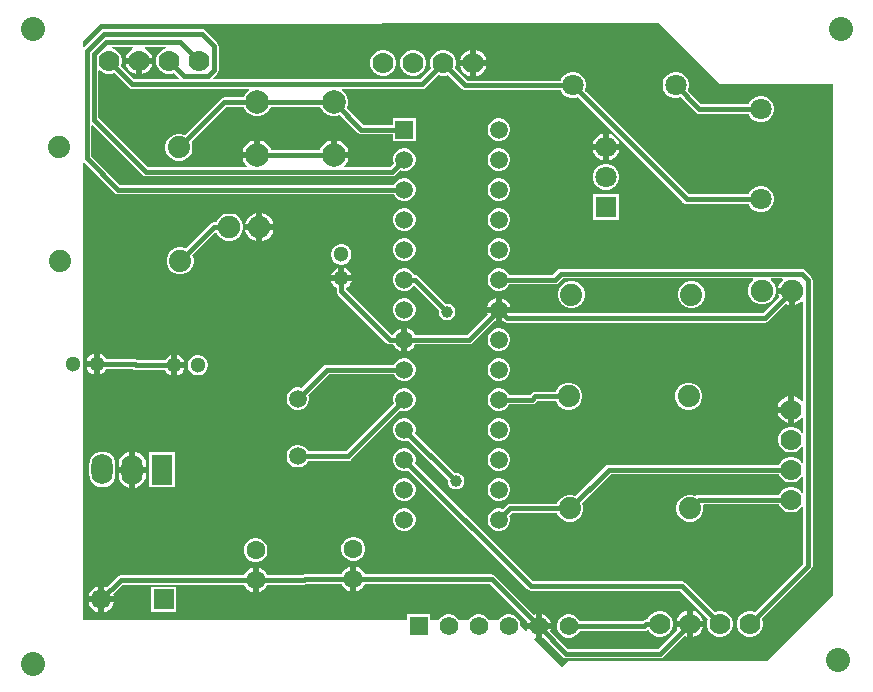
<source format=gbr>
G04*
G04 #@! TF.GenerationSoftware,Altium Limited,Altium Designer,22.4.2 (48)*
G04*
G04 Layer_Physical_Order=2*
G04 Layer_Color=16711680*
%FSLAX44Y44*%
%MOMM*%
G71*
G04*
G04 #@! TF.SameCoordinates,56AA56CD-0744-4D03-8E98-C57D4A394C97*
G04*
G04*
G04 #@! TF.FilePolarity,Positive*
G04*
G01*
G75*
%ADD26C,1.7780*%
%ADD36C,0.3810*%
%ADD37C,1.8000*%
%ADD38C,1.5000*%
%ADD39R,1.5000X1.5000*%
%ADD40C,2.0320*%
%ADD41C,1.9000*%
%ADD42C,1.3000*%
%ADD43C,1.6000*%
%ADD44C,1.5748*%
%ADD45R,1.5748X1.5748*%
%ADD46R,1.7000X1.7000*%
%ADD47C,1.7000*%
%ADD48R,1.8000X1.8000*%
%ADD49C,1.8796*%
%ADD50C,2.0000*%
%ADD51O,1.8000X2.6000*%
%ADD52R,1.8000X2.6000*%
%ADD53C,1.0000*%
G36*
X514287Y-1567702D02*
X512777Y-1568106D01*
X510286Y-1569544D01*
X508253Y-1571577D01*
X506815Y-1574068D01*
X506071Y-1576846D01*
Y-1579722D01*
X506815Y-1582500D01*
X508253Y-1584990D01*
X510286Y-1587023D01*
X512777Y-1588461D01*
X515555Y-1589206D01*
X518430D01*
X521208Y-1588461D01*
X521389Y-1588357D01*
X525725Y-1592693D01*
X525199Y-1593963D01*
X487549D01*
X476266Y-1582680D01*
X476370Y-1582500D01*
X477115Y-1579722D01*
Y-1576846D01*
X476370Y-1574068D01*
X474932Y-1571577D01*
X472899Y-1569544D01*
X470408Y-1568106D01*
X468899Y-1567702D01*
X469066Y-1566431D01*
X486369D01*
X486470Y-1566596D01*
X486045Y-1568289D01*
X484574Y-1569138D01*
X482446Y-1571266D01*
X480942Y-1573872D01*
X480440Y-1575744D01*
X491593D01*
X502745D01*
X502244Y-1573872D01*
X500739Y-1571266D01*
X498611Y-1569138D01*
X497141Y-1568289D01*
X496715Y-1566596D01*
X496817Y-1566431D01*
X514119D01*
X514287Y-1567702D01*
D02*
G37*
G36*
X983645Y-1597654D02*
X1079467D01*
Y-2030806D01*
X1023734Y-2086539D01*
X854580D01*
X849691Y-2091427D01*
X826165Y-2067901D01*
X826822Y-2066763D01*
X827578Y-2066965D01*
Y-2059404D01*
X820017D01*
X820220Y-2060160D01*
X819081Y-2060818D01*
X814624Y-2056361D01*
Y-2055560D01*
X813949Y-2053041D01*
X812645Y-2050782D01*
X810801Y-2048938D01*
X808542Y-2047634D01*
X806022Y-2046958D01*
X803414D01*
X800895Y-2047634D01*
X798636Y-2048938D01*
X796792Y-2050782D01*
X796470Y-2051339D01*
X787567D01*
X787245Y-2050782D01*
X785401Y-2048938D01*
X783142Y-2047634D01*
X780622Y-2046958D01*
X778014D01*
X775495Y-2047634D01*
X773236Y-2048938D01*
X771392Y-2050782D01*
X771070Y-2051339D01*
X762167D01*
X761845Y-2050782D01*
X760001Y-2048938D01*
X757742Y-2047634D01*
X755222Y-2046958D01*
X752614D01*
X750095Y-2047634D01*
X747836Y-2048938D01*
X745992Y-2050782D01*
X745670Y-2051339D01*
X738424D01*
Y-2046958D01*
X718612D01*
Y-2051339D01*
X443917D01*
Y-1837978D01*
X444422Y-1836092D01*
Y-1833845D01*
X443917Y-1831959D01*
Y-1664557D01*
X445187Y-1664031D01*
X471237Y-1690081D01*
X472539Y-1690951D01*
X474075Y-1691257D01*
X707568D01*
X708629Y-1693095D01*
X710404Y-1694870D01*
X712577Y-1696125D01*
X715002Y-1696775D01*
X717512D01*
X719936Y-1696125D01*
X722109Y-1694870D01*
X723884Y-1693095D01*
X725139Y-1690922D01*
X725789Y-1688498D01*
Y-1685988D01*
X725139Y-1683563D01*
X723884Y-1681390D01*
X722109Y-1679615D01*
X719936Y-1678360D01*
X717512Y-1677711D01*
X715002D01*
X712577Y-1678360D01*
X710404Y-1679615D01*
X708629Y-1681390D01*
X707568Y-1683228D01*
X475738D01*
X451308Y-1658799D01*
Y-1633458D01*
X452481Y-1632972D01*
X494494Y-1674984D01*
X495796Y-1675854D01*
X497332Y-1676160D01*
X705954D01*
X707490Y-1675854D01*
X708792Y-1674984D01*
X712951Y-1670825D01*
X715002Y-1671375D01*
X717512D01*
X719936Y-1670725D01*
X722109Y-1669470D01*
X723884Y-1667695D01*
X725139Y-1665522D01*
X725789Y-1663098D01*
Y-1660588D01*
X725139Y-1658163D01*
X723884Y-1655990D01*
X722109Y-1654215D01*
X719936Y-1652960D01*
X717512Y-1652311D01*
X715002D01*
X712577Y-1652960D01*
X710404Y-1654215D01*
X708629Y-1655990D01*
X707374Y-1658163D01*
X706725Y-1660588D01*
Y-1663098D01*
X707274Y-1665148D01*
X704291Y-1668131D01*
X666092D01*
X665606Y-1666958D01*
X666727Y-1665838D01*
X668378Y-1662978D01*
X668994Y-1660678D01*
X656692D01*
Y-1658138D01*
X654152D01*
Y-1645836D01*
X651852Y-1646452D01*
X648992Y-1648103D01*
X646658Y-1650438D01*
X645007Y-1653298D01*
X644785Y-1654124D01*
X603600D01*
X603379Y-1653298D01*
X601728Y-1650438D01*
X599393Y-1648103D01*
X596534Y-1646452D01*
X594234Y-1645836D01*
Y-1658138D01*
X591693D01*
Y-1660678D01*
X579392D01*
X580008Y-1662978D01*
X581659Y-1665838D01*
X582779Y-1666958D01*
X582293Y-1668131D01*
X498995D01*
X457150Y-1626287D01*
Y-1586483D01*
X458420Y-1585957D01*
X459486Y-1587023D01*
X461977Y-1588461D01*
X464755Y-1589206D01*
X467631D01*
X470408Y-1588461D01*
X470589Y-1588357D01*
X483048Y-1600816D01*
X484350Y-1601686D01*
X485886Y-1601991D01*
X584484D01*
X584813Y-1603218D01*
X584306Y-1603511D01*
X582066Y-1605751D01*
X580481Y-1608495D01*
X580313Y-1609125D01*
X563979D01*
X562442Y-1609431D01*
X561140Y-1610301D01*
X530264Y-1641177D01*
X529907Y-1640971D01*
X527000Y-1640192D01*
X523991D01*
X521084Y-1640971D01*
X518477Y-1642476D01*
X516349Y-1644604D01*
X514845Y-1647210D01*
X514066Y-1650117D01*
Y-1653127D01*
X514845Y-1656034D01*
X516349Y-1658640D01*
X518477Y-1660768D01*
X521084Y-1662273D01*
X523991Y-1663052D01*
X527000D01*
X529907Y-1662273D01*
X532514Y-1660768D01*
X534642Y-1658640D01*
X536147Y-1656034D01*
X536926Y-1653127D01*
Y-1650117D01*
X536147Y-1647210D01*
X535941Y-1646854D01*
X565641Y-1617153D01*
X580313D01*
X580481Y-1617783D01*
X582066Y-1620527D01*
X584306Y-1622767D01*
X587049Y-1624351D01*
X590109Y-1625171D01*
X593278D01*
X596338Y-1624351D01*
X599081Y-1622767D01*
X601321Y-1620527D01*
X602906Y-1617783D01*
X603074Y-1617153D01*
X645311D01*
X645480Y-1617783D01*
X647064Y-1620527D01*
X649304Y-1622767D01*
X652048Y-1624351D01*
X655108Y-1625171D01*
X658276D01*
X661336Y-1624351D01*
X661901Y-1624025D01*
X677157Y-1639281D01*
X678459Y-1640151D01*
X679996Y-1640457D01*
X706725D01*
Y-1645975D01*
X725789D01*
Y-1626911D01*
X706725D01*
Y-1632428D01*
X681658D01*
X667578Y-1618348D01*
X667904Y-1617783D01*
X668724Y-1614723D01*
Y-1611555D01*
X667904Y-1608495D01*
X666320Y-1605751D01*
X664080Y-1603511D01*
X663573Y-1603218D01*
X663901Y-1601991D01*
X731432D01*
X732968Y-1601686D01*
X734270Y-1600816D01*
X744848Y-1590238D01*
X745029Y-1590342D01*
X747807Y-1591086D01*
X750683D01*
X753460Y-1590342D01*
X753641Y-1590238D01*
X765211Y-1601807D01*
X766513Y-1602678D01*
X768049Y-1602983D01*
X848657D01*
X848722Y-1603227D01*
X850175Y-1605743D01*
X852229Y-1607797D01*
X854744Y-1609249D01*
X857550Y-1610001D01*
X860455D01*
X863261Y-1609249D01*
X863480Y-1609123D01*
X952559Y-1698203D01*
X953861Y-1699073D01*
X955398Y-1699378D01*
X1007806D01*
X1007872Y-1699622D01*
X1009324Y-1702138D01*
X1011378Y-1704192D01*
X1013894Y-1705644D01*
X1016700Y-1706396D01*
X1019604D01*
X1022410Y-1705644D01*
X1024926Y-1704192D01*
X1026980Y-1702138D01*
X1028432Y-1699622D01*
X1029184Y-1696816D01*
Y-1693912D01*
X1028432Y-1691106D01*
X1026980Y-1688590D01*
X1024926Y-1686536D01*
X1022410Y-1685084D01*
X1019604Y-1684332D01*
X1016700D01*
X1013894Y-1685084D01*
X1011378Y-1686536D01*
X1009324Y-1688590D01*
X1007872Y-1691106D01*
X1007806Y-1691350D01*
X957060D01*
X869156Y-1603446D01*
X869283Y-1603227D01*
X870035Y-1600421D01*
Y-1597517D01*
X869283Y-1594711D01*
X867830Y-1592195D01*
X865776Y-1590141D01*
X863261Y-1588689D01*
X860455Y-1587937D01*
X857550D01*
X854744Y-1588689D01*
X852229Y-1590141D01*
X850175Y-1592195D01*
X848722Y-1594711D01*
X848657Y-1594955D01*
X769712D01*
X759318Y-1584561D01*
X759422Y-1584380D01*
X760167Y-1581602D01*
Y-1578727D01*
X759422Y-1575949D01*
X757984Y-1573458D01*
X755951Y-1571425D01*
X753460Y-1569987D01*
X750683Y-1569242D01*
X747807D01*
X745029Y-1569987D01*
X742538Y-1571425D01*
X740505Y-1573458D01*
X739067Y-1575949D01*
X738323Y-1578727D01*
Y-1581602D01*
X739067Y-1584380D01*
X739171Y-1584561D01*
X729769Y-1593963D01*
X555047D01*
X554521Y-1592693D01*
X558082Y-1589132D01*
X558953Y-1587829D01*
X559258Y-1586293D01*
Y-1565973D01*
X558953Y-1564437D01*
X558082Y-1563135D01*
X547414Y-1552467D01*
X546112Y-1551597D01*
X544576Y-1551291D01*
X462026D01*
X460490Y-1551597D01*
X459188Y-1552467D01*
X445187Y-1566468D01*
X443917Y-1565941D01*
Y-1561477D01*
X458583Y-1546810D01*
X931824Y-1545833D01*
X983645Y-1597654D01*
D02*
G37*
%LPC*%
G36*
X502745Y-1580824D02*
X494133D01*
Y-1589436D01*
X496004Y-1588935D01*
X498611Y-1587430D01*
X500739Y-1585302D01*
X502244Y-1582696D01*
X502745Y-1580824D01*
D02*
G37*
G36*
X489053D02*
X480440D01*
X480942Y-1582696D01*
X482446Y-1585302D01*
X484574Y-1587430D01*
X487181Y-1588935D01*
X489053Y-1589436D01*
Y-1580824D01*
D02*
G37*
G36*
X777185Y-1569012D02*
Y-1577624D01*
X785797D01*
X785296Y-1575753D01*
X783791Y-1573146D01*
X781663Y-1571018D01*
X779056Y-1569513D01*
X777185Y-1569012D01*
D02*
G37*
G36*
X772105D02*
X770233Y-1569513D01*
X767626Y-1571018D01*
X765498Y-1573146D01*
X763994Y-1575753D01*
X763492Y-1577624D01*
X772105D01*
Y-1569012D01*
D02*
G37*
G36*
X725283Y-1569242D02*
X722407D01*
X719629Y-1569987D01*
X717138Y-1571425D01*
X715105Y-1573458D01*
X713667Y-1575949D01*
X712923Y-1578727D01*
Y-1581602D01*
X713667Y-1584380D01*
X715105Y-1586871D01*
X717138Y-1588904D01*
X719629Y-1590342D01*
X722407Y-1591086D01*
X725283D01*
X728060Y-1590342D01*
X730551Y-1588904D01*
X732584Y-1586871D01*
X734022Y-1584380D01*
X734767Y-1581602D01*
Y-1578727D01*
X734022Y-1575949D01*
X732584Y-1573458D01*
X730551Y-1571425D01*
X728060Y-1569987D01*
X725283Y-1569242D01*
D02*
G37*
G36*
X699883D02*
X697007D01*
X694229Y-1569987D01*
X691738Y-1571425D01*
X689705Y-1573458D01*
X688267Y-1575949D01*
X687523Y-1578727D01*
Y-1581602D01*
X688267Y-1584380D01*
X689705Y-1586871D01*
X691738Y-1588904D01*
X694229Y-1590342D01*
X697007Y-1591086D01*
X699883D01*
X702660Y-1590342D01*
X705151Y-1588904D01*
X707184Y-1586871D01*
X708622Y-1584380D01*
X709367Y-1581602D01*
Y-1578727D01*
X708622Y-1575949D01*
X707184Y-1573458D01*
X705151Y-1571425D01*
X702660Y-1569987D01*
X699883Y-1569242D01*
D02*
G37*
G36*
X785797Y-1582704D02*
X777185D01*
Y-1591317D01*
X779056Y-1590815D01*
X781663Y-1589311D01*
X783791Y-1587183D01*
X785296Y-1584576D01*
X785797Y-1582704D01*
D02*
G37*
G36*
X772105D02*
X763492D01*
X763994Y-1584576D01*
X765498Y-1587183D01*
X767626Y-1589311D01*
X770233Y-1590815D01*
X772105Y-1591317D01*
Y-1582704D01*
D02*
G37*
G36*
X947456Y-1587937D02*
X944551D01*
X941746Y-1588689D01*
X939230Y-1590141D01*
X937176Y-1592195D01*
X935723Y-1594711D01*
X934972Y-1597517D01*
Y-1600421D01*
X935723Y-1603227D01*
X937176Y-1605743D01*
X939230Y-1607797D01*
X941746Y-1609249D01*
X944551Y-1610001D01*
X947456D01*
X950262Y-1609249D01*
X950481Y-1609123D01*
X963360Y-1622003D01*
X964663Y-1622873D01*
X966199Y-1623178D01*
X1007806D01*
X1007872Y-1623422D01*
X1009324Y-1625938D01*
X1011378Y-1627992D01*
X1013894Y-1629444D01*
X1016700Y-1630196D01*
X1019604D01*
X1022410Y-1629444D01*
X1024926Y-1627992D01*
X1026980Y-1625938D01*
X1028432Y-1623422D01*
X1029184Y-1620616D01*
Y-1617712D01*
X1028432Y-1614906D01*
X1026980Y-1612390D01*
X1024926Y-1610336D01*
X1022410Y-1608884D01*
X1019604Y-1608132D01*
X1016700D01*
X1013894Y-1608884D01*
X1011378Y-1610336D01*
X1009324Y-1612390D01*
X1007872Y-1614906D01*
X1007806Y-1615150D01*
X967861D01*
X956158Y-1603446D01*
X956284Y-1603227D01*
X957036Y-1600421D01*
Y-1597517D01*
X956284Y-1594711D01*
X954831Y-1592195D01*
X952777Y-1590141D01*
X950262Y-1588689D01*
X947456Y-1587937D01*
D02*
G37*
G36*
X797511Y-1626911D02*
X795002D01*
X792577Y-1627560D01*
X790404Y-1628815D01*
X788629Y-1630590D01*
X787374Y-1632763D01*
X786724Y-1635188D01*
Y-1637698D01*
X787374Y-1640122D01*
X788629Y-1642295D01*
X790404Y-1644070D01*
X792577Y-1645325D01*
X795002Y-1645975D01*
X797511D01*
X799936Y-1645325D01*
X802109Y-1644070D01*
X803884Y-1642295D01*
X805139Y-1640122D01*
X805788Y-1637698D01*
Y-1635188D01*
X805139Y-1632763D01*
X803884Y-1630590D01*
X802109Y-1628815D01*
X799936Y-1627560D01*
X797511Y-1626911D01*
D02*
G37*
G36*
X889488Y-1639869D02*
Y-1648595D01*
X898215D01*
X897702Y-1646681D01*
X896182Y-1644050D01*
X894034Y-1641901D01*
X891403Y-1640382D01*
X889488Y-1639869D01*
D02*
G37*
G36*
X884408D02*
X882494Y-1640382D01*
X879863Y-1641901D01*
X877714Y-1644050D01*
X876195Y-1646681D01*
X875682Y-1648595D01*
X884408D01*
Y-1639869D01*
D02*
G37*
G36*
X659232Y-1645836D02*
Y-1655598D01*
X668994D01*
X668378Y-1653298D01*
X666727Y-1650438D01*
X664392Y-1648103D01*
X661532Y-1646452D01*
X659232Y-1645836D01*
D02*
G37*
G36*
X589154D02*
X586853Y-1646452D01*
X583994Y-1648103D01*
X581659Y-1650438D01*
X580008Y-1653298D01*
X579392Y-1655598D01*
X589154D01*
Y-1645836D01*
D02*
G37*
G36*
X898215Y-1653676D02*
X889488D01*
Y-1662402D01*
X891403Y-1661889D01*
X894034Y-1660370D01*
X896182Y-1658221D01*
X897702Y-1655590D01*
X898215Y-1653676D01*
D02*
G37*
G36*
X884408D02*
X875682D01*
X876195Y-1655590D01*
X877714Y-1658221D01*
X879863Y-1660370D01*
X882494Y-1661889D01*
X884408Y-1662402D01*
Y-1653676D01*
D02*
G37*
G36*
X797511Y-1652311D02*
X795002D01*
X792577Y-1652960D01*
X790404Y-1654215D01*
X788629Y-1655990D01*
X787374Y-1658163D01*
X786724Y-1660588D01*
Y-1663098D01*
X787374Y-1665522D01*
X788629Y-1667695D01*
X790404Y-1669470D01*
X792577Y-1670725D01*
X795002Y-1671375D01*
X797511D01*
X799936Y-1670725D01*
X802109Y-1669470D01*
X803884Y-1667695D01*
X805139Y-1665522D01*
X805788Y-1663098D01*
Y-1660588D01*
X805139Y-1658163D01*
X803884Y-1655990D01*
X802109Y-1654215D01*
X799936Y-1652960D01*
X797511Y-1652311D01*
D02*
G37*
G36*
X888401Y-1665504D02*
X885496D01*
X882690Y-1666255D01*
X880174Y-1667708D01*
X878120Y-1669762D01*
X876668Y-1672277D01*
X875916Y-1675083D01*
Y-1677988D01*
X876668Y-1680794D01*
X878120Y-1683309D01*
X880174Y-1685363D01*
X882690Y-1686816D01*
X885496Y-1687567D01*
X888401D01*
X891206Y-1686816D01*
X893722Y-1685363D01*
X895776Y-1683309D01*
X897228Y-1680794D01*
X897980Y-1677988D01*
Y-1675083D01*
X897228Y-1672277D01*
X895776Y-1669762D01*
X893722Y-1667708D01*
X891206Y-1666255D01*
X888401Y-1665504D01*
D02*
G37*
G36*
X797511Y-1677711D02*
X795002D01*
X792577Y-1678360D01*
X790404Y-1679615D01*
X788629Y-1681390D01*
X787374Y-1683563D01*
X786724Y-1685988D01*
Y-1688498D01*
X787374Y-1690922D01*
X788629Y-1693095D01*
X790404Y-1694870D01*
X792577Y-1696125D01*
X795002Y-1696775D01*
X797511D01*
X799936Y-1696125D01*
X802109Y-1694870D01*
X803884Y-1693095D01*
X805139Y-1690922D01*
X805788Y-1688498D01*
Y-1685988D01*
X805139Y-1683563D01*
X803884Y-1681390D01*
X802109Y-1679615D01*
X799936Y-1678360D01*
X797511Y-1677711D01*
D02*
G37*
G36*
X897980Y-1690904D02*
X875916D01*
Y-1712968D01*
X897980D01*
Y-1690904D01*
D02*
G37*
G36*
X596000Y-1707317D02*
Y-1716561D01*
X605244D01*
X604680Y-1714454D01*
X603095Y-1711708D01*
X600853Y-1709467D01*
X598108Y-1707881D01*
X596000Y-1707317D01*
D02*
G37*
G36*
X590920D02*
X588813Y-1707881D01*
X586068Y-1709467D01*
X583826Y-1711708D01*
X582241Y-1714454D01*
X581676Y-1716561D01*
X590920D01*
Y-1707317D01*
D02*
G37*
G36*
X797511Y-1703111D02*
X795002D01*
X792577Y-1703760D01*
X790404Y-1705015D01*
X788629Y-1706790D01*
X787374Y-1708963D01*
X786724Y-1711388D01*
Y-1713898D01*
X787374Y-1716322D01*
X788629Y-1718495D01*
X790404Y-1720270D01*
X792577Y-1721525D01*
X795002Y-1722175D01*
X797511D01*
X799936Y-1721525D01*
X802109Y-1720270D01*
X803884Y-1718495D01*
X805139Y-1716322D01*
X805788Y-1713898D01*
Y-1711388D01*
X805139Y-1708963D01*
X803884Y-1706790D01*
X802109Y-1705015D01*
X799936Y-1703760D01*
X797511Y-1703111D01*
D02*
G37*
G36*
X717512D02*
X715002D01*
X712577Y-1703760D01*
X710404Y-1705015D01*
X708629Y-1706790D01*
X707374Y-1708963D01*
X706725Y-1711388D01*
Y-1713898D01*
X707374Y-1716322D01*
X708629Y-1718495D01*
X710404Y-1720270D01*
X712577Y-1721525D01*
X715002Y-1722175D01*
X717512D01*
X719936Y-1721525D01*
X722109Y-1720270D01*
X723884Y-1718495D01*
X725139Y-1716322D01*
X725789Y-1713898D01*
Y-1711388D01*
X725139Y-1708963D01*
X723884Y-1706790D01*
X722109Y-1705015D01*
X719936Y-1703760D01*
X717512Y-1703111D01*
D02*
G37*
G36*
X569579Y-1707569D02*
X566542D01*
X563609Y-1708355D01*
X560979Y-1709873D01*
X558832Y-1712020D01*
X557314Y-1714650D01*
X557197Y-1715087D01*
X554861D01*
X553325Y-1715392D01*
X552023Y-1716262D01*
X531204Y-1737081D01*
X530847Y-1736875D01*
X527940Y-1736096D01*
X524930D01*
X522024Y-1736875D01*
X519417Y-1738380D01*
X517289Y-1740508D01*
X515784Y-1743115D01*
X515005Y-1746022D01*
Y-1749031D01*
X515784Y-1751938D01*
X517289Y-1754545D01*
X519417Y-1756673D01*
X522024Y-1758178D01*
X524930Y-1758956D01*
X527940D01*
X530847Y-1758178D01*
X533453Y-1756673D01*
X535582Y-1754545D01*
X537086Y-1751938D01*
X537865Y-1749031D01*
Y-1746022D01*
X537086Y-1743115D01*
X536880Y-1742758D01*
X556018Y-1723621D01*
X556463Y-1723597D01*
X557488Y-1723853D01*
X558832Y-1726182D01*
X560979Y-1728329D01*
X563609Y-1729847D01*
X566542Y-1730633D01*
X569579D01*
X572511Y-1729847D01*
X575141Y-1728329D01*
X577288Y-1726182D01*
X578806Y-1723552D01*
X579592Y-1720619D01*
Y-1717583D01*
X578806Y-1714650D01*
X577288Y-1712020D01*
X575141Y-1709873D01*
X572511Y-1708355D01*
X569579Y-1707569D01*
D02*
G37*
G36*
X605244Y-1721641D02*
X596000D01*
Y-1730885D01*
X598108Y-1730320D01*
X600853Y-1728735D01*
X603095Y-1726494D01*
X604680Y-1723748D01*
X605244Y-1721641D01*
D02*
G37*
G36*
X590920D02*
X581676D01*
X582241Y-1723748D01*
X583826Y-1726494D01*
X586068Y-1728735D01*
X588813Y-1730320D01*
X590920Y-1730885D01*
Y-1721641D01*
D02*
G37*
G36*
X797511Y-1728511D02*
X795002D01*
X792577Y-1729160D01*
X790404Y-1730415D01*
X788629Y-1732190D01*
X787374Y-1734363D01*
X786724Y-1736788D01*
Y-1739298D01*
X787374Y-1741722D01*
X788629Y-1743895D01*
X790404Y-1745670D01*
X792577Y-1746925D01*
X795002Y-1747575D01*
X797511D01*
X799936Y-1746925D01*
X802109Y-1745670D01*
X803884Y-1743895D01*
X805139Y-1741722D01*
X805788Y-1739298D01*
Y-1736788D01*
X805139Y-1734363D01*
X803884Y-1732190D01*
X802109Y-1730415D01*
X799936Y-1729160D01*
X797511Y-1728511D01*
D02*
G37*
G36*
X717512D02*
X715002D01*
X712577Y-1729160D01*
X710404Y-1730415D01*
X708629Y-1732190D01*
X707374Y-1734363D01*
X706725Y-1736788D01*
Y-1739298D01*
X707374Y-1741722D01*
X708629Y-1743895D01*
X710404Y-1745670D01*
X712577Y-1746925D01*
X715002Y-1747575D01*
X717512D01*
X719936Y-1746925D01*
X722109Y-1745670D01*
X723884Y-1743895D01*
X725139Y-1741722D01*
X725789Y-1739298D01*
Y-1736788D01*
X725139Y-1734363D01*
X723884Y-1732190D01*
X722109Y-1730415D01*
X719936Y-1729160D01*
X717512Y-1728511D01*
D02*
G37*
G36*
X664147Y-1733671D02*
X661900D01*
X659730Y-1734253D01*
X657785Y-1735376D01*
X656196Y-1736964D01*
X655073Y-1738910D01*
X654491Y-1741080D01*
Y-1743326D01*
X655073Y-1745496D01*
X656196Y-1747442D01*
X657785Y-1749030D01*
X659730Y-1750154D01*
X661900Y-1750735D01*
X664147D01*
X666317Y-1750154D01*
X668262Y-1749030D01*
X669851Y-1747442D01*
X670974Y-1745496D01*
X671555Y-1743326D01*
Y-1741080D01*
X670974Y-1738910D01*
X669851Y-1736964D01*
X668262Y-1735376D01*
X666317Y-1734253D01*
X664147Y-1733671D01*
D02*
G37*
G36*
X665563Y-1753525D02*
Y-1759663D01*
X671702D01*
X671447Y-1758714D01*
X670257Y-1756652D01*
X668574Y-1754969D01*
X666513Y-1753779D01*
X665563Y-1753525D01*
D02*
G37*
G36*
X660483D02*
X659534Y-1753779D01*
X657473Y-1754969D01*
X655789Y-1756652D01*
X654599Y-1758714D01*
X654345Y-1759663D01*
X660483D01*
Y-1753525D01*
D02*
G37*
G36*
X1041939Y-1775453D02*
X1032695D01*
X1033260Y-1777560D01*
X1033587Y-1778128D01*
X1019886Y-1791829D01*
X806893D01*
X806551Y-1791383D01*
X798796D01*
Y-1798556D01*
X799977Y-1798240D01*
X800419Y-1798682D01*
X801721Y-1799552D01*
X803257Y-1799857D01*
X1021548D01*
X1023084Y-1799552D01*
X1024387Y-1798682D01*
X1039264Y-1783804D01*
X1039832Y-1784132D01*
X1041939Y-1784697D01*
Y-1775453D01*
D02*
G37*
G36*
X798796Y-1779129D02*
Y-1786303D01*
X805970D01*
X805612Y-1784967D01*
X804290Y-1782678D01*
X802421Y-1780809D01*
X800132Y-1779487D01*
X798796Y-1779129D01*
D02*
G37*
G36*
X793717D02*
X792381Y-1779487D01*
X790092Y-1780809D01*
X788223Y-1782678D01*
X786901Y-1784967D01*
X786543Y-1786303D01*
X793717D01*
Y-1779129D01*
D02*
G37*
G36*
X960784Y-1764765D02*
X957775D01*
X954867Y-1765543D01*
X952261Y-1767048D01*
X950133Y-1769176D01*
X948628Y-1771783D01*
X947849Y-1774690D01*
Y-1777699D01*
X948628Y-1780606D01*
X950133Y-1783213D01*
X952261Y-1785341D01*
X954867Y-1786846D01*
X957775Y-1787625D01*
X960784D01*
X963691Y-1786846D01*
X966297Y-1785341D01*
X968426Y-1783213D01*
X969930Y-1780606D01*
X970709Y-1777699D01*
Y-1774690D01*
X969930Y-1771783D01*
X968426Y-1769176D01*
X966297Y-1767048D01*
X963691Y-1765543D01*
X960784Y-1764765D01*
D02*
G37*
G36*
X859184D02*
X856174D01*
X853267Y-1765543D01*
X850661Y-1767048D01*
X848533Y-1769176D01*
X847028Y-1771783D01*
X846249Y-1774690D01*
Y-1777699D01*
X847028Y-1780606D01*
X848533Y-1783213D01*
X850661Y-1785341D01*
X853267Y-1786846D01*
X856174Y-1787625D01*
X859184D01*
X862091Y-1786846D01*
X864697Y-1785341D01*
X866825Y-1783213D01*
X868330Y-1780606D01*
X869109Y-1777699D01*
Y-1774690D01*
X868330Y-1771783D01*
X866825Y-1769176D01*
X864697Y-1767048D01*
X862091Y-1765543D01*
X859184Y-1764765D01*
D02*
G37*
G36*
X717512Y-1753911D02*
X715002D01*
X712577Y-1754560D01*
X710404Y-1755815D01*
X708629Y-1757590D01*
X707374Y-1759763D01*
X706725Y-1762188D01*
Y-1764698D01*
X707374Y-1767122D01*
X708629Y-1769295D01*
X710404Y-1771070D01*
X712577Y-1772325D01*
X715002Y-1772975D01*
X717512D01*
X719936Y-1772325D01*
X722109Y-1771070D01*
X723884Y-1769295D01*
X725050Y-1769142D01*
X745407Y-1789499D01*
X745316Y-1789838D01*
Y-1791689D01*
X745795Y-1793478D01*
X746721Y-1795081D01*
X748030Y-1796390D01*
X749634Y-1797316D01*
X751422Y-1797795D01*
X753274D01*
X755062Y-1797316D01*
X756666Y-1796390D01*
X757975Y-1795081D01*
X758901Y-1793478D01*
X759380Y-1791689D01*
Y-1789838D01*
X758901Y-1788049D01*
X757975Y-1786446D01*
X756666Y-1785136D01*
X755062Y-1784211D01*
X753274Y-1783731D01*
X751422D01*
X751084Y-1783822D01*
X727866Y-1760604D01*
X726563Y-1759734D01*
X725027Y-1759429D01*
X724946D01*
X723884Y-1757590D01*
X722109Y-1755815D01*
X719936Y-1754560D01*
X717512Y-1753911D01*
D02*
G37*
G36*
Y-1779311D02*
X715002D01*
X712577Y-1779960D01*
X710404Y-1781215D01*
X708629Y-1782990D01*
X707374Y-1785163D01*
X706725Y-1787588D01*
Y-1790098D01*
X707374Y-1792522D01*
X708629Y-1794695D01*
X710404Y-1796470D01*
X712577Y-1797725D01*
X715002Y-1798375D01*
X717512D01*
X719936Y-1797725D01*
X722109Y-1796470D01*
X723884Y-1794695D01*
X725139Y-1792522D01*
X725789Y-1790098D01*
Y-1787588D01*
X725139Y-1785163D01*
X723884Y-1782990D01*
X722109Y-1781215D01*
X719936Y-1779960D01*
X717512Y-1779311D01*
D02*
G37*
G36*
X793717Y-1791383D02*
X786543D01*
X786859Y-1792563D01*
X769194Y-1810228D01*
X725532D01*
X724291Y-1808078D01*
X722421Y-1806209D01*
X720132Y-1804887D01*
X718797Y-1804529D01*
Y-1814243D01*
Y-1823956D01*
X720132Y-1823598D01*
X722421Y-1822277D01*
X724291Y-1820407D01*
X725532Y-1818257D01*
X770856D01*
X772393Y-1817951D01*
X773695Y-1817081D01*
X792536Y-1798240D01*
X793717Y-1798556D01*
Y-1791383D01*
D02*
G37*
G36*
X797511Y-1804711D02*
X795002D01*
X792577Y-1805360D01*
X790404Y-1806615D01*
X788629Y-1808390D01*
X787374Y-1810563D01*
X786724Y-1812988D01*
Y-1815498D01*
X787374Y-1817922D01*
X788629Y-1820095D01*
X790404Y-1821870D01*
X792577Y-1823125D01*
X795002Y-1823775D01*
X797511D01*
X799936Y-1823125D01*
X802109Y-1821870D01*
X803884Y-1820095D01*
X805139Y-1817922D01*
X805788Y-1815498D01*
Y-1812988D01*
X805139Y-1810563D01*
X803884Y-1808390D01*
X802109Y-1806615D01*
X799936Y-1805360D01*
X797511Y-1804711D01*
D02*
G37*
G36*
X671702Y-1764743D02*
X663023D01*
X654345D01*
X654599Y-1765692D01*
X655789Y-1767754D01*
X657473Y-1769437D01*
X659009Y-1770324D01*
Y-1773491D01*
X659315Y-1775027D01*
X660185Y-1776330D01*
X700936Y-1817081D01*
X702238Y-1817951D01*
X703775Y-1818257D01*
X706981D01*
X708223Y-1820407D01*
X710092Y-1822277D01*
X712381Y-1823598D01*
X713717Y-1823956D01*
Y-1814243D01*
Y-1804529D01*
X712381Y-1804887D01*
X710092Y-1806209D01*
X708223Y-1808078D01*
X706981Y-1810228D01*
X705437D01*
X667038Y-1771829D01*
Y-1770324D01*
X668574Y-1769437D01*
X670257Y-1767754D01*
X671447Y-1765692D01*
X671702Y-1764743D01*
D02*
G37*
G36*
X453350Y-1826290D02*
X452401Y-1826545D01*
X450340Y-1827735D01*
X448657Y-1829418D01*
X447466Y-1831479D01*
X447212Y-1832428D01*
X453350D01*
Y-1826290D01*
D02*
G37*
G36*
X523992Y-1827231D02*
Y-1833369D01*
X530131D01*
X529876Y-1832420D01*
X528686Y-1830358D01*
X527003Y-1828675D01*
X524942Y-1827485D01*
X523992Y-1827231D01*
D02*
G37*
G36*
X453350Y-1837509D02*
X447212D01*
X447466Y-1838458D01*
X448657Y-1840519D01*
X450340Y-1842202D01*
X452401Y-1843392D01*
X453350Y-1843647D01*
Y-1837509D01*
D02*
G37*
G36*
X542576Y-1827377D02*
X540329D01*
X538159Y-1827958D01*
X536213Y-1829082D01*
X534625Y-1830670D01*
X533502Y-1832616D01*
X532920Y-1834786D01*
Y-1837032D01*
X533502Y-1839202D01*
X534625Y-1841148D01*
X536213Y-1842736D01*
X538159Y-1843859D01*
X540329Y-1844441D01*
X542576D01*
X544745Y-1843859D01*
X546691Y-1842736D01*
X548280Y-1841148D01*
X549403Y-1839202D01*
X549984Y-1837032D01*
Y-1834786D01*
X549403Y-1832616D01*
X548280Y-1830670D01*
X546691Y-1829082D01*
X544745Y-1827958D01*
X542576Y-1827377D01*
D02*
G37*
G36*
X530131Y-1838449D02*
X523992D01*
Y-1844587D01*
X524942Y-1844333D01*
X527003Y-1843143D01*
X528686Y-1841460D01*
X529876Y-1839398D01*
X530131Y-1838449D01*
D02*
G37*
G36*
X458430Y-1826290D02*
Y-1834969D01*
Y-1843647D01*
X459380Y-1843392D01*
X461441Y-1842202D01*
X463124Y-1840519D01*
X464011Y-1838983D01*
X486642D01*
X487592Y-1839617D01*
X489128Y-1839923D01*
X513331D01*
X514219Y-1841460D01*
X515902Y-1843143D01*
X517963Y-1844333D01*
X518912Y-1844587D01*
Y-1835909D01*
Y-1827231D01*
X517963Y-1827485D01*
X515902Y-1828675D01*
X514219Y-1830358D01*
X513331Y-1831895D01*
X490674D01*
X489724Y-1831260D01*
X488188Y-1830954D01*
X464011D01*
X463124Y-1829418D01*
X461441Y-1827735D01*
X459380Y-1826545D01*
X458430Y-1826290D01*
D02*
G37*
G36*
X797511Y-1830111D02*
X795002D01*
X792577Y-1830760D01*
X790404Y-1832015D01*
X788629Y-1833790D01*
X787374Y-1835963D01*
X786724Y-1838388D01*
Y-1840898D01*
X787374Y-1843322D01*
X788629Y-1845495D01*
X790404Y-1847270D01*
X792577Y-1848525D01*
X795002Y-1849175D01*
X797511D01*
X799936Y-1848525D01*
X802109Y-1847270D01*
X803884Y-1845495D01*
X805139Y-1843322D01*
X805788Y-1840898D01*
Y-1838388D01*
X805139Y-1835963D01*
X803884Y-1833790D01*
X802109Y-1832015D01*
X799936Y-1830760D01*
X797511Y-1830111D01*
D02*
G37*
G36*
X717512D02*
X715002D01*
X712577Y-1830760D01*
X710404Y-1832015D01*
X708629Y-1833790D01*
X707568Y-1835629D01*
X650593D01*
X649056Y-1835934D01*
X647754Y-1836804D01*
X629379Y-1855179D01*
X627328Y-1854630D01*
X624818D01*
X622394Y-1855279D01*
X620221Y-1856534D01*
X618446Y-1858309D01*
X617191Y-1860483D01*
X616541Y-1862907D01*
Y-1865417D01*
X617191Y-1867841D01*
X618446Y-1870014D01*
X620221Y-1871789D01*
X622394Y-1873044D01*
X624818Y-1873694D01*
X627328D01*
X629753Y-1873044D01*
X631926Y-1871789D01*
X633701Y-1870014D01*
X634956Y-1867841D01*
X635605Y-1865417D01*
Y-1862907D01*
X635056Y-1860856D01*
X652255Y-1843657D01*
X707568D01*
X708629Y-1845495D01*
X710404Y-1847270D01*
X712577Y-1848525D01*
X715002Y-1849175D01*
X717512D01*
X719936Y-1848525D01*
X722109Y-1847270D01*
X723884Y-1845495D01*
X725139Y-1843322D01*
X725789Y-1840898D01*
Y-1838388D01*
X725139Y-1835963D01*
X723884Y-1833790D01*
X722109Y-1832015D01*
X719936Y-1830760D01*
X717512Y-1830111D01*
D02*
G37*
G36*
X856969Y-1850805D02*
X853959D01*
X851052Y-1851584D01*
X848446Y-1853089D01*
X846318Y-1855217D01*
X844813Y-1857824D01*
X844706Y-1858221D01*
X827037D01*
X825501Y-1858527D01*
X824199Y-1859397D01*
X822567Y-1861028D01*
X804946D01*
X803884Y-1859190D01*
X802109Y-1857415D01*
X799936Y-1856160D01*
X797511Y-1855511D01*
X795002D01*
X792577Y-1856160D01*
X790404Y-1857415D01*
X788629Y-1859190D01*
X787374Y-1861363D01*
X786724Y-1863788D01*
Y-1866298D01*
X787374Y-1868722D01*
X788629Y-1870895D01*
X790404Y-1872670D01*
X792577Y-1873925D01*
X795002Y-1874575D01*
X797511D01*
X799936Y-1873925D01*
X802109Y-1872670D01*
X803884Y-1870895D01*
X804946Y-1869057D01*
X824230D01*
X825766Y-1868751D01*
X827068Y-1867881D01*
X828700Y-1866250D01*
X844706D01*
X844813Y-1866647D01*
X846318Y-1869254D01*
X848446Y-1871382D01*
X851052Y-1872887D01*
X853959Y-1873665D01*
X856969D01*
X859876Y-1872887D01*
X862482Y-1871382D01*
X864610Y-1869254D01*
X866115Y-1866647D01*
X866894Y-1863740D01*
Y-1860731D01*
X866115Y-1857824D01*
X864610Y-1855217D01*
X862482Y-1853089D01*
X859876Y-1851584D01*
X856969Y-1850805D01*
D02*
G37*
G36*
X797511Y-1753911D02*
X795002D01*
X792577Y-1754560D01*
X790404Y-1755815D01*
X788629Y-1757590D01*
X787374Y-1759763D01*
X786724Y-1762188D01*
Y-1764698D01*
X787374Y-1767122D01*
X788629Y-1769295D01*
X790404Y-1771070D01*
X792577Y-1772325D01*
X795002Y-1772975D01*
X797511D01*
X799936Y-1772325D01*
X802109Y-1771070D01*
X803884Y-1769295D01*
X804946Y-1767457D01*
X843677D01*
X845213Y-1767151D01*
X846515Y-1766281D01*
X850277Y-1762520D01*
X1011686D01*
X1011791Y-1762913D01*
X1011893Y-1763790D01*
X1009851Y-1765832D01*
X1008333Y-1768462D01*
X1007547Y-1771395D01*
Y-1774431D01*
X1008333Y-1777364D01*
X1009851Y-1779994D01*
X1011998Y-1782141D01*
X1014628Y-1783659D01*
X1017561Y-1784445D01*
X1020597D01*
X1023530Y-1783659D01*
X1026160Y-1782141D01*
X1028307Y-1779994D01*
X1029825Y-1777364D01*
X1030611Y-1774431D01*
Y-1771395D01*
X1029825Y-1768462D01*
X1028307Y-1765832D01*
X1026264Y-1763790D01*
X1026367Y-1762913D01*
X1026472Y-1762520D01*
X1036049D01*
X1036575Y-1763790D01*
X1034845Y-1765520D01*
X1033260Y-1768266D01*
X1032695Y-1770373D01*
X1044479D01*
Y-1772913D01*
X1047019D01*
Y-1784697D01*
X1049126Y-1784132D01*
X1051872Y-1782547D01*
X1052880Y-1781539D01*
X1054150Y-1782065D01*
Y-1866557D01*
X1052923Y-1866886D01*
X1052685Y-1866473D01*
X1050557Y-1864345D01*
X1047951Y-1862840D01*
X1046079Y-1862339D01*
Y-1873491D01*
Y-1884644D01*
X1047951Y-1884142D01*
X1050557Y-1882637D01*
X1052685Y-1880509D01*
X1052923Y-1880097D01*
X1054150Y-1880426D01*
Y-1892886D01*
X1052880Y-1893227D01*
X1052278Y-1892185D01*
X1050245Y-1890151D01*
X1047754Y-1888714D01*
X1044977Y-1887969D01*
X1042101D01*
X1039323Y-1888714D01*
X1036832Y-1890151D01*
X1034799Y-1892185D01*
X1033361Y-1894675D01*
X1032617Y-1897453D01*
Y-1900329D01*
X1033361Y-1903107D01*
X1034799Y-1905598D01*
X1036832Y-1907631D01*
X1039323Y-1909069D01*
X1042101Y-1909813D01*
X1044977D01*
X1047754Y-1909069D01*
X1050245Y-1907631D01*
X1052278Y-1905598D01*
X1052880Y-1904556D01*
X1054150Y-1904896D01*
Y-1918286D01*
X1052880Y-1918627D01*
X1052278Y-1917585D01*
X1050245Y-1915551D01*
X1047754Y-1914113D01*
X1044977Y-1913369D01*
X1042101D01*
X1039323Y-1914113D01*
X1036832Y-1915551D01*
X1034799Y-1917585D01*
X1033361Y-1920076D01*
X1033307Y-1920277D01*
X889312D01*
X887776Y-1920583D01*
X886474Y-1921453D01*
X861172Y-1946754D01*
X860816Y-1946548D01*
X857909Y-1945769D01*
X854899D01*
X851992Y-1946548D01*
X849386Y-1948053D01*
X847258Y-1950181D01*
X845753Y-1952788D01*
X845647Y-1953185D01*
X805700D01*
X804164Y-1953491D01*
X802861Y-1954361D01*
X799562Y-1957660D01*
X797511Y-1957111D01*
X795002D01*
X792577Y-1957760D01*
X790404Y-1959015D01*
X788629Y-1960790D01*
X787374Y-1962963D01*
X786724Y-1965388D01*
Y-1967898D01*
X787374Y-1970322D01*
X788629Y-1972495D01*
X790404Y-1974270D01*
X792577Y-1975525D01*
X795002Y-1976175D01*
X797511D01*
X799936Y-1975525D01*
X802109Y-1974270D01*
X803884Y-1972495D01*
X805139Y-1970322D01*
X805788Y-1967898D01*
Y-1965388D01*
X805239Y-1963337D01*
X807362Y-1961214D01*
X845647D01*
X845753Y-1961611D01*
X847258Y-1964218D01*
X849386Y-1966346D01*
X851992Y-1967850D01*
X854899Y-1968629D01*
X857909D01*
X860816Y-1967850D01*
X863422Y-1966346D01*
X865551Y-1964218D01*
X867055Y-1961611D01*
X867834Y-1958704D01*
Y-1955695D01*
X867055Y-1952788D01*
X866849Y-1952431D01*
X890975Y-1928305D01*
X1033307D01*
X1033361Y-1928507D01*
X1034799Y-1930997D01*
X1036832Y-1933031D01*
X1039323Y-1934469D01*
X1042101Y-1935213D01*
X1044977D01*
X1047754Y-1934469D01*
X1050245Y-1933031D01*
X1052278Y-1930997D01*
X1052880Y-1929956D01*
X1054150Y-1930296D01*
Y-1943686D01*
X1052880Y-1944027D01*
X1052278Y-1942985D01*
X1050245Y-1940951D01*
X1047754Y-1939514D01*
X1044977Y-1938769D01*
X1042101D01*
X1039323Y-1939514D01*
X1036832Y-1940951D01*
X1034799Y-1942985D01*
X1033361Y-1945475D01*
X1033307Y-1945677D01*
X965512D01*
X963976Y-1945983D01*
X962799Y-1946769D01*
X962416Y-1946548D01*
X959509Y-1945769D01*
X956499D01*
X953592Y-1946548D01*
X950986Y-1948053D01*
X948858Y-1950181D01*
X947353Y-1952788D01*
X946574Y-1955695D01*
Y-1958704D01*
X947353Y-1961611D01*
X948858Y-1964218D01*
X950986Y-1966346D01*
X953592Y-1967850D01*
X956499Y-1968629D01*
X959509D01*
X962416Y-1967850D01*
X965022Y-1966346D01*
X967150Y-1964218D01*
X968655Y-1961611D01*
X969434Y-1958704D01*
Y-1955695D01*
X969171Y-1954713D01*
X969944Y-1953705D01*
X1033307D01*
X1033361Y-1953907D01*
X1034799Y-1956398D01*
X1036832Y-1958431D01*
X1039323Y-1959869D01*
X1042101Y-1960613D01*
X1044977D01*
X1047754Y-1959869D01*
X1050245Y-1958431D01*
X1052278Y-1956398D01*
X1052880Y-1955356D01*
X1054150Y-1955696D01*
Y-2003921D01*
X1013160Y-2044910D01*
X1012979Y-2044806D01*
X1010201Y-2044062D01*
X1007326D01*
X1004548Y-2044806D01*
X1002057Y-2046244D01*
X1000024Y-2048278D01*
X998586Y-2050768D01*
X997841Y-2053546D01*
Y-2056422D01*
X998586Y-2059200D01*
X1000024Y-2061690D01*
X1002057Y-2063724D01*
X1004548Y-2065161D01*
X1007326Y-2065906D01*
X1010201D01*
X1012979Y-2065161D01*
X1015470Y-2063724D01*
X1017503Y-2061690D01*
X1018941Y-2059200D01*
X1019686Y-2056422D01*
Y-2053546D01*
X1018941Y-2050768D01*
X1018837Y-2050587D01*
X1061002Y-2008422D01*
X1061873Y-2007119D01*
X1062178Y-2005583D01*
Y-1764093D01*
X1061873Y-1762557D01*
X1061002Y-1761255D01*
X1055414Y-1755667D01*
X1054112Y-1754797D01*
X1052576Y-1754491D01*
X848614D01*
X847078Y-1754797D01*
X845776Y-1755667D01*
X842014Y-1759429D01*
X804946D01*
X803884Y-1757590D01*
X802109Y-1755815D01*
X799936Y-1754560D01*
X797511Y-1753911D01*
D02*
G37*
G36*
X1040999Y-1862339D02*
X1039127Y-1862840D01*
X1036520Y-1864345D01*
X1034392Y-1866473D01*
X1032888Y-1869079D01*
X1032386Y-1870951D01*
X1040999D01*
Y-1862339D01*
D02*
G37*
G36*
X958569Y-1850805D02*
X955559D01*
X952652Y-1851584D01*
X950046Y-1853089D01*
X947918Y-1855217D01*
X946413Y-1857824D01*
X945634Y-1860731D01*
Y-1863740D01*
X946413Y-1866647D01*
X947918Y-1869254D01*
X950046Y-1871382D01*
X952652Y-1872887D01*
X955559Y-1873665D01*
X958569D01*
X961476Y-1872887D01*
X964082Y-1871382D01*
X966210Y-1869254D01*
X967715Y-1866647D01*
X968494Y-1863740D01*
Y-1860731D01*
X967715Y-1857824D01*
X966210Y-1855217D01*
X964082Y-1853089D01*
X961476Y-1851584D01*
X958569Y-1850805D01*
D02*
G37*
G36*
X717512Y-1855511D02*
X715002D01*
X712577Y-1856160D01*
X710404Y-1857415D01*
X708629Y-1859190D01*
X707374Y-1861363D01*
X706725Y-1863788D01*
Y-1866298D01*
X707274Y-1868348D01*
X666675Y-1908948D01*
X634762D01*
X633701Y-1907109D01*
X631926Y-1905334D01*
X629753Y-1904079D01*
X627328Y-1903430D01*
X624818D01*
X622394Y-1904079D01*
X620221Y-1905334D01*
X618446Y-1907109D01*
X617191Y-1909283D01*
X616541Y-1911707D01*
Y-1914217D01*
X617191Y-1916641D01*
X618446Y-1918815D01*
X620221Y-1920589D01*
X622394Y-1921844D01*
X624818Y-1922494D01*
X627328D01*
X629753Y-1921844D01*
X631926Y-1920589D01*
X633701Y-1918815D01*
X634762Y-1916976D01*
X668337D01*
X669874Y-1916670D01*
X671176Y-1915800D01*
X712951Y-1874025D01*
X715002Y-1874575D01*
X717512D01*
X719936Y-1873925D01*
X722109Y-1872670D01*
X723884Y-1870895D01*
X725139Y-1868722D01*
X725789Y-1866298D01*
Y-1863788D01*
X725139Y-1861363D01*
X723884Y-1859190D01*
X722109Y-1857415D01*
X719936Y-1856160D01*
X717512Y-1855511D01*
D02*
G37*
G36*
X1040999Y-1876031D02*
X1032386D01*
X1032888Y-1877903D01*
X1034392Y-1880509D01*
X1036520Y-1882637D01*
X1039127Y-1884142D01*
X1040999Y-1884644D01*
Y-1876031D01*
D02*
G37*
G36*
X797511Y-1880911D02*
X795002D01*
X792577Y-1881560D01*
X790404Y-1882815D01*
X788629Y-1884590D01*
X787374Y-1886763D01*
X786724Y-1889188D01*
Y-1891698D01*
X787374Y-1894122D01*
X788629Y-1896295D01*
X790404Y-1898070D01*
X792577Y-1899325D01*
X795002Y-1899975D01*
X797511D01*
X799936Y-1899325D01*
X802109Y-1898070D01*
X803884Y-1896295D01*
X805139Y-1894122D01*
X805788Y-1891698D01*
Y-1889188D01*
X805139Y-1886763D01*
X803884Y-1884590D01*
X802109Y-1882815D01*
X799936Y-1881560D01*
X797511Y-1880911D01*
D02*
G37*
G36*
X488504Y-1908986D02*
Y-1921751D01*
X497604D01*
Y-1920291D01*
X497207Y-1917279D01*
X496045Y-1914471D01*
X494195Y-1912061D01*
X491784Y-1910211D01*
X488977Y-1909048D01*
X488504Y-1908986D01*
D02*
G37*
G36*
X483424D02*
X482952Y-1909048D01*
X480145Y-1910211D01*
X477734Y-1912061D01*
X475884Y-1914471D01*
X474721Y-1917279D01*
X474325Y-1920291D01*
Y-1921751D01*
X483424D01*
Y-1908986D01*
D02*
G37*
G36*
X797511Y-1906311D02*
X795002D01*
X792577Y-1906960D01*
X790404Y-1908215D01*
X788629Y-1909990D01*
X787374Y-1912163D01*
X786724Y-1914588D01*
Y-1917098D01*
X787374Y-1919522D01*
X788629Y-1921695D01*
X790404Y-1923470D01*
X792577Y-1924725D01*
X795002Y-1925375D01*
X797511D01*
X799936Y-1924725D01*
X802109Y-1923470D01*
X803884Y-1921695D01*
X805139Y-1919522D01*
X805788Y-1917098D01*
Y-1914588D01*
X805139Y-1912163D01*
X803884Y-1909990D01*
X802109Y-1908215D01*
X799936Y-1906960D01*
X797511Y-1906311D01*
D02*
G37*
G36*
X460564Y-1909064D02*
X457685Y-1909443D01*
X455001Y-1910555D01*
X452696Y-1912323D01*
X450928Y-1914628D01*
X449816Y-1917311D01*
X449437Y-1920191D01*
Y-1928191D01*
X449816Y-1931071D01*
X450928Y-1933755D01*
X452696Y-1936059D01*
X455001Y-1937827D01*
X457685Y-1938939D01*
X460564Y-1939318D01*
X463444Y-1938939D01*
X466128Y-1937827D01*
X468433Y-1936059D01*
X470201Y-1933755D01*
X471312Y-1931071D01*
X471692Y-1928191D01*
Y-1920191D01*
X471312Y-1917311D01*
X470201Y-1914628D01*
X468433Y-1912323D01*
X466128Y-1910555D01*
X463444Y-1909443D01*
X460564Y-1909064D01*
D02*
G37*
G36*
X522397Y-1909259D02*
X500332D01*
Y-1939323D01*
X522397D01*
Y-1909259D01*
D02*
G37*
G36*
X497604Y-1926831D02*
X488504D01*
Y-1939596D01*
X488977Y-1939534D01*
X491784Y-1938371D01*
X494195Y-1936522D01*
X496045Y-1934111D01*
X497207Y-1931304D01*
X497604Y-1928291D01*
Y-1926831D01*
D02*
G37*
G36*
X483424D02*
X474325D01*
Y-1928291D01*
X474721Y-1931304D01*
X475884Y-1934111D01*
X477734Y-1936522D01*
X480145Y-1938371D01*
X482952Y-1939534D01*
X483424Y-1939596D01*
Y-1926831D01*
D02*
G37*
G36*
X717512Y-1880911D02*
X715002D01*
X712577Y-1881560D01*
X710404Y-1882815D01*
X708629Y-1884590D01*
X707374Y-1886763D01*
X706725Y-1889188D01*
Y-1891698D01*
X707374Y-1894122D01*
X708629Y-1896295D01*
X710404Y-1898070D01*
X712577Y-1899325D01*
X715002Y-1899975D01*
X717512D01*
X719562Y-1899425D01*
X753027Y-1932890D01*
X752936Y-1933228D01*
Y-1935080D01*
X753415Y-1936868D01*
X754341Y-1938472D01*
X755650Y-1939781D01*
X757254Y-1940707D01*
X759042Y-1941186D01*
X760894D01*
X762682Y-1940707D01*
X764286Y-1939781D01*
X765595Y-1938472D01*
X766521Y-1936868D01*
X767000Y-1935080D01*
Y-1933228D01*
X766521Y-1931440D01*
X765595Y-1929836D01*
X764286Y-1928527D01*
X762682Y-1927601D01*
X760894Y-1927122D01*
X759042D01*
X758704Y-1927213D01*
X725239Y-1893748D01*
X725789Y-1891698D01*
Y-1889188D01*
X725139Y-1886763D01*
X723884Y-1884590D01*
X722109Y-1882815D01*
X719936Y-1881560D01*
X717512Y-1880911D01*
D02*
G37*
G36*
X797511Y-1931711D02*
X795002D01*
X792577Y-1932360D01*
X790404Y-1933615D01*
X788629Y-1935390D01*
X787374Y-1937563D01*
X786724Y-1939988D01*
Y-1942498D01*
X787374Y-1944922D01*
X788629Y-1947095D01*
X790404Y-1948870D01*
X792577Y-1950125D01*
X795002Y-1950775D01*
X797511D01*
X799936Y-1950125D01*
X802109Y-1948870D01*
X803884Y-1947095D01*
X805139Y-1944922D01*
X805788Y-1942498D01*
Y-1939988D01*
X805139Y-1937563D01*
X803884Y-1935390D01*
X802109Y-1933615D01*
X799936Y-1932360D01*
X797511Y-1931711D01*
D02*
G37*
G36*
X717512D02*
X715002D01*
X712577Y-1932360D01*
X710404Y-1933615D01*
X708629Y-1935390D01*
X707374Y-1937563D01*
X706725Y-1939988D01*
Y-1942498D01*
X707374Y-1944922D01*
X708629Y-1947095D01*
X710404Y-1948870D01*
X712577Y-1950125D01*
X715002Y-1950775D01*
X717512D01*
X719936Y-1950125D01*
X722109Y-1948870D01*
X723884Y-1947095D01*
X725139Y-1944922D01*
X725789Y-1942498D01*
Y-1939988D01*
X725139Y-1937563D01*
X723884Y-1935390D01*
X722109Y-1933615D01*
X719936Y-1932360D01*
X717512Y-1931711D01*
D02*
G37*
G36*
Y-1957111D02*
X715002D01*
X712577Y-1957760D01*
X710404Y-1959015D01*
X708629Y-1960790D01*
X707374Y-1962963D01*
X706725Y-1965388D01*
Y-1967898D01*
X707374Y-1970322D01*
X708629Y-1972495D01*
X710404Y-1974270D01*
X712577Y-1975525D01*
X715002Y-1976175D01*
X717512D01*
X719936Y-1975525D01*
X722109Y-1974270D01*
X723884Y-1972495D01*
X725139Y-1970322D01*
X725789Y-1967898D01*
Y-1965388D01*
X725139Y-1962963D01*
X723884Y-1960790D01*
X722109Y-1959015D01*
X719936Y-1957760D01*
X717512Y-1957111D01*
D02*
G37*
G36*
X674406Y-1981479D02*
X671765D01*
X669213Y-1982163D01*
X666926Y-1983484D01*
X665058Y-1985352D01*
X663737Y-1987639D01*
X663053Y-1990191D01*
Y-1992832D01*
X663737Y-1995383D01*
X665058Y-1997671D01*
X666926Y-1999539D01*
X669213Y-2000860D01*
X671765Y-2001543D01*
X674406D01*
X676957Y-2000860D01*
X679245Y-1999539D01*
X681113Y-1997671D01*
X682434Y-1995383D01*
X683117Y-1992832D01*
Y-1990191D01*
X682434Y-1987639D01*
X681113Y-1985352D01*
X679245Y-1983484D01*
X676957Y-1982163D01*
X674406Y-1981479D01*
D02*
G37*
G36*
X591665Y-1982420D02*
X589024D01*
X586472Y-1983103D01*
X584184Y-1984424D01*
X582317Y-1986292D01*
X580996Y-1988579D01*
X580312Y-1991131D01*
Y-1993772D01*
X580996Y-1996324D01*
X582317Y-1998611D01*
X584184Y-2000479D01*
X586472Y-2001800D01*
X589024Y-2002484D01*
X591665D01*
X594216Y-2001800D01*
X596504Y-2000479D01*
X598372Y-1998611D01*
X599693Y-1996324D01*
X600376Y-1993772D01*
Y-1991131D01*
X599693Y-1988579D01*
X598372Y-1986292D01*
X596504Y-1984424D01*
X594216Y-1983103D01*
X591665Y-1982420D01*
D02*
G37*
G36*
X670545Y-2006680D02*
X669017Y-2007090D01*
X666614Y-2008477D01*
X664651Y-2010440D01*
X663264Y-2012843D01*
X663249Y-2012897D01*
X632130D01*
X630594Y-2013203D01*
X629644Y-2013837D01*
X600181D01*
X600166Y-2013783D01*
X598778Y-2011380D01*
X596816Y-2009418D01*
X594413Y-2008030D01*
X592884Y-2007620D01*
Y-2017852D01*
Y-2028083D01*
X594413Y-2027673D01*
X596816Y-2026286D01*
X598778Y-2024323D01*
X600166Y-2021920D01*
X600181Y-2021866D01*
X631190D01*
X632726Y-2021560D01*
X633676Y-2020925D01*
X663249D01*
X663264Y-2020980D01*
X664651Y-2023383D01*
X666614Y-2025345D01*
X669017Y-2026733D01*
X670545Y-2027142D01*
Y-2016911D01*
Y-2006680D01*
D02*
G37*
G36*
X587804Y-2007620D02*
X586276Y-2008030D01*
X583872Y-2009418D01*
X581910Y-2011380D01*
X580523Y-2013783D01*
X580508Y-2013837D01*
X476174D01*
X474638Y-2014143D01*
X473335Y-2015013D01*
X464210Y-2024139D01*
X463988Y-2024011D01*
X462267Y-2023550D01*
Y-2031759D01*
X470476D01*
X470014Y-2030037D01*
X469887Y-2029816D01*
X477836Y-2021866D01*
X580508D01*
X580523Y-2021920D01*
X581910Y-2024323D01*
X583872Y-2026286D01*
X586276Y-2027673D01*
X587804Y-2028083D01*
Y-2017852D01*
Y-2007620D01*
D02*
G37*
G36*
X457187Y-2023550D02*
X455466Y-2024011D01*
X452948Y-2025464D01*
X450893Y-2027520D01*
X449439Y-2030037D01*
X448978Y-2031759D01*
X457187D01*
Y-2023550D01*
D02*
G37*
G36*
X523091Y-2023767D02*
X502027D01*
Y-2044831D01*
X523091D01*
Y-2023767D01*
D02*
G37*
G36*
X470476Y-2036839D02*
X462267D01*
Y-2045047D01*
X463988Y-2044586D01*
X466506Y-2043133D01*
X468561Y-2041077D01*
X470014Y-2038560D01*
X470476Y-2036839D01*
D02*
G37*
G36*
X457187D02*
X448978D01*
X449439Y-2038560D01*
X450893Y-2041077D01*
X452948Y-2043133D01*
X455466Y-2044586D01*
X457187Y-2045047D01*
Y-2036839D01*
D02*
G37*
G36*
X960503Y-2043831D02*
Y-2052444D01*
X969116D01*
X968615Y-2050572D01*
X967110Y-2047966D01*
X964982Y-2045838D01*
X962375Y-2044333D01*
X960503Y-2043831D01*
D02*
G37*
G36*
X955424D02*
X953552Y-2044333D01*
X950945Y-2045838D01*
X948817Y-2047966D01*
X947312Y-2050572D01*
X946811Y-2052444D01*
X955424D01*
Y-2043831D01*
D02*
G37*
G36*
X934001Y-2044062D02*
X931126D01*
X928348Y-2044806D01*
X925857Y-2046244D01*
X923824Y-2048278D01*
X922386Y-2050768D01*
X922332Y-2050970D01*
X921237D01*
X919700Y-2051275D01*
X918398Y-2052145D01*
X917693Y-2052850D01*
X864639D01*
X863445Y-2050782D01*
X861601Y-2048938D01*
X859342Y-2047634D01*
X856822Y-2046958D01*
X854214D01*
X851695Y-2047634D01*
X849436Y-2048938D01*
X847591Y-2050782D01*
X846287Y-2053041D01*
X845612Y-2055560D01*
Y-2058169D01*
X846287Y-2060688D01*
X847591Y-2062947D01*
X849436Y-2064791D01*
X851695Y-2066095D01*
X854214Y-2066770D01*
X856822D01*
X859342Y-2066095D01*
X861601Y-2064791D01*
X863445Y-2062947D01*
X864639Y-2060879D01*
X919356D01*
X920892Y-2060573D01*
X921484Y-2060178D01*
X923107Y-2060449D01*
X923824Y-2061690D01*
X925857Y-2063724D01*
X928348Y-2065161D01*
X931126Y-2065906D01*
X934001D01*
X936779Y-2065161D01*
X939270Y-2063724D01*
X941303Y-2061690D01*
X942741Y-2059200D01*
X943485Y-2056422D01*
Y-2053546D01*
X942741Y-2050768D01*
X941303Y-2048278D01*
X939270Y-2046244D01*
X936779Y-2044806D01*
X934001Y-2044062D01*
D02*
G37*
G36*
X832658Y-2046764D02*
Y-2054324D01*
X840219D01*
X839822Y-2052845D01*
X838452Y-2050470D01*
X836513Y-2048531D01*
X834138Y-2047160D01*
X832658Y-2046764D01*
D02*
G37*
G36*
X675625Y-2006680D02*
Y-2016911D01*
Y-2027142D01*
X677154Y-2026733D01*
X679557Y-2025345D01*
X681519Y-2023383D01*
X682907Y-2020980D01*
X682922Y-2020925D01*
X788502D01*
X820417Y-2052840D01*
X820414Y-2052845D01*
X820017Y-2054324D01*
X827578D01*
Y-2046764D01*
X826099Y-2047160D01*
X826094Y-2047163D01*
X793003Y-2014073D01*
X791701Y-2013203D01*
X790165Y-2012897D01*
X682922D01*
X682907Y-2012843D01*
X681519Y-2010440D01*
X679557Y-2008477D01*
X677154Y-2007090D01*
X675625Y-2006680D01*
D02*
G37*
G36*
X717512Y-1906311D02*
X715002D01*
X712577Y-1906960D01*
X710404Y-1908215D01*
X708629Y-1909990D01*
X707374Y-1912163D01*
X706725Y-1914588D01*
Y-1917098D01*
X707374Y-1919522D01*
X708629Y-1921695D01*
X710404Y-1923470D01*
X712577Y-1924725D01*
X715002Y-1925375D01*
X717512D01*
X719562Y-1924825D01*
X820495Y-2025758D01*
X821797Y-2026628D01*
X823333Y-2026933D01*
X949636D01*
X973290Y-2050587D01*
X973186Y-2050768D01*
X972441Y-2053546D01*
Y-2056422D01*
X973186Y-2059200D01*
X974624Y-2061690D01*
X976657Y-2063724D01*
X979148Y-2065161D01*
X981926Y-2065906D01*
X984801D01*
X987579Y-2065161D01*
X990070Y-2063724D01*
X992103Y-2061690D01*
X993541Y-2059200D01*
X994286Y-2056422D01*
Y-2053546D01*
X993541Y-2050768D01*
X992103Y-2048278D01*
X990070Y-2046244D01*
X987579Y-2044806D01*
X984801Y-2044062D01*
X981926D01*
X979148Y-2044806D01*
X978967Y-2044910D01*
X954137Y-2020081D01*
X952835Y-2019211D01*
X951299Y-2018905D01*
X824996D01*
X725239Y-1919148D01*
X725789Y-1917098D01*
Y-1914588D01*
X725139Y-1912163D01*
X723884Y-1909990D01*
X722109Y-1908215D01*
X719936Y-1906960D01*
X717512Y-1906311D01*
D02*
G37*
G36*
X969116Y-2057524D02*
X960503D01*
Y-2066136D01*
X962375Y-2065635D01*
X964982Y-2064130D01*
X967110Y-2062002D01*
X968615Y-2059396D01*
X969116Y-2057524D01*
D02*
G37*
G36*
X955424D02*
X946811D01*
X947312Y-2059396D01*
X947518Y-2059752D01*
X931215Y-2076055D01*
X854986D01*
X839820Y-2060889D01*
X839822Y-2060884D01*
X840219Y-2059404D01*
X832658D01*
Y-2066965D01*
X834138Y-2066569D01*
X834143Y-2066566D01*
X850485Y-2082908D01*
X851787Y-2083778D01*
X853323Y-2084084D01*
X932878D01*
X934414Y-2083778D01*
X935716Y-2082908D01*
X953195Y-2065429D01*
X953552Y-2065635D01*
X955424Y-2066136D01*
Y-2057524D01*
D02*
G37*
%LPD*%
D26*
X698445Y-1580164D02*
D03*
X723845D02*
D03*
X749245D02*
D03*
X774645D02*
D03*
X542393Y-1578284D02*
D03*
X516993D02*
D03*
X491593D02*
D03*
X466193D02*
D03*
X1043539Y-1949691D02*
D03*
Y-1924291D02*
D03*
Y-1898891D02*
D03*
Y-1873491D02*
D03*
X932563Y-2054984D02*
D03*
X957963D02*
D03*
X983363D02*
D03*
X1008764D02*
D03*
D36*
X716257Y-1890443D02*
X759968Y-1934154D01*
X796256Y-1763443D02*
X843677D01*
X848614Y-1758505D01*
X1052576D01*
X1058164Y-1764093D01*
Y-2005583D02*
Y-1764093D01*
X1008764Y-2054984D02*
X1058164Y-2005583D01*
X889312Y-1924291D02*
X1043539D01*
X856404Y-1957199D02*
X889312Y-1924291D01*
X805700Y-1957199D02*
X856404D01*
X796256Y-1966643D02*
X805700Y-1957199D01*
X474075Y-1687243D02*
X716257D01*
X447294Y-1660461D02*
X474075Y-1687243D01*
X447294Y-1660461D02*
Y-1570037D01*
X462026Y-1555305D01*
X544576D01*
X555244Y-1565973D01*
Y-1586293D02*
Y-1565973D01*
X550418Y-1591119D02*
X555244Y-1586293D01*
X529828Y-1591119D02*
X550418D01*
X516993Y-1578284D02*
X529828Y-1591119D01*
X966199Y-1619164D02*
X1018152D01*
X946004Y-1598969D02*
X966199Y-1619164D01*
X650593Y-1839643D02*
X716257D01*
X626073Y-1864162D02*
X650593Y-1839643D01*
X626073Y-1912962D02*
X668337D01*
X716257Y-1865043D01*
X965512Y-1949691D02*
X1043539D01*
X958004Y-1957199D02*
X965512Y-1949691D01*
X768049Y-1598969D02*
X859003D01*
X749245Y-1580164D02*
X768049Y-1598969D01*
X679996Y-1636443D02*
X716257D01*
X656692Y-1613139D02*
X679996Y-1636443D01*
X563979Y-1613139D02*
X591693D01*
X525495Y-1651622D02*
X563979Y-1613139D01*
X716257Y-1814243D02*
X770856D01*
X796256Y-1788843D01*
X476174Y-2017852D02*
X590344D01*
X459727Y-2034299D02*
X476174Y-2017852D01*
X705954Y-1672145D02*
X716257Y-1661843D01*
X497332Y-1672145D02*
X705954D01*
X453136Y-1627949D02*
X497332Y-1672145D01*
X453136Y-1627949D02*
Y-1572577D01*
X463296Y-1562417D01*
X526526D01*
X542393Y-1578284D01*
X716257Y-1915843D02*
X823333Y-2022919D01*
X951299D01*
X983363Y-2054984D01*
X725027Y-1763443D02*
X752348Y-1790763D01*
X716257Y-1763443D02*
X725027D01*
X663023Y-1773491D02*
Y-1762203D01*
Y-1773491D02*
X703775Y-1814243D01*
X716257D01*
X526435Y-1747527D02*
X554861Y-1719101D01*
X568060D01*
X859003Y-1598969D02*
X955398Y-1695364D01*
X1018152D01*
X673085Y-2016911D02*
X790165D01*
X830118Y-2056864D01*
X796256Y-1788843D02*
X803257Y-1795843D01*
X1021548D01*
X1044479Y-1772913D01*
X921237Y-2054984D02*
X932563D01*
X919356Y-2056864D02*
X921237Y-2054984D01*
X855518Y-2056864D02*
X919356D01*
X932878Y-2080069D02*
X957963Y-2054984D01*
X853323Y-2080069D02*
X932878D01*
X830118Y-2056864D02*
X853323Y-2080069D01*
X731432Y-1597977D02*
X749245Y-1580164D01*
X485886Y-1597977D02*
X731432D01*
X466193Y-1578284D02*
X485886Y-1597977D01*
X827037Y-1862235D02*
X855464D01*
X824230Y-1865043D02*
X827037Y-1862235D01*
X796256Y-1865043D02*
X824230D01*
X591693Y-1613139D02*
X656692D01*
X591693Y-1658138D02*
X656692D01*
X632130Y-2016911D02*
X673085D01*
X631190Y-2017852D02*
X632130Y-2016911D01*
X590344Y-2017852D02*
X631190D01*
X489128Y-1835909D02*
X521452D01*
X488188Y-1834969D02*
X489128Y-1835909D01*
X455890Y-1834969D02*
X488188D01*
D37*
X1018152Y-1619164D02*
D03*
Y-1695364D02*
D03*
X946004Y-1598969D02*
D03*
X859003D02*
D03*
X886948Y-1676535D02*
D03*
Y-1651136D02*
D03*
D38*
X796256Y-1966643D02*
D03*
Y-1941243D02*
D03*
Y-1915843D02*
D03*
Y-1890443D02*
D03*
Y-1865043D02*
D03*
Y-1839643D02*
D03*
Y-1814243D02*
D03*
Y-1788843D02*
D03*
Y-1763443D02*
D03*
Y-1738043D02*
D03*
Y-1712643D02*
D03*
Y-1687243D02*
D03*
Y-1661843D02*
D03*
Y-1636443D02*
D03*
X716257Y-1966643D02*
D03*
Y-1941243D02*
D03*
Y-1915843D02*
D03*
Y-1890443D02*
D03*
Y-1865043D02*
D03*
Y-1839643D02*
D03*
Y-1814243D02*
D03*
Y-1788843D02*
D03*
Y-1763443D02*
D03*
Y-1738043D02*
D03*
Y-1712643D02*
D03*
Y-1687243D02*
D03*
Y-1661843D02*
D03*
X626073Y-1864162D02*
D03*
Y-1912962D02*
D03*
D39*
X716257Y-1636443D02*
D03*
D40*
X401732Y-2088531D02*
D03*
X1083170Y-2085480D02*
D03*
X401732Y-1551677D02*
D03*
X1085610Y-1551067D02*
D03*
D41*
X1044479Y-1772913D02*
D03*
X1019079D02*
D03*
X568060Y-1719101D02*
D03*
X593460D02*
D03*
D42*
X663023Y-1742203D02*
D03*
Y-1762203D02*
D03*
X541452Y-1835909D02*
D03*
X521452D02*
D03*
X435890Y-1834969D02*
D03*
X455890D02*
D03*
D43*
X673085Y-1991511D02*
D03*
Y-2016911D02*
D03*
X590344Y-1992452D02*
D03*
Y-2017852D02*
D03*
D44*
X855518Y-2056864D02*
D03*
X830118D02*
D03*
X804718D02*
D03*
X779318D02*
D03*
X753918D02*
D03*
D45*
X728518D02*
D03*
D46*
X512559Y-2034299D02*
D03*
D47*
X459727D02*
D03*
D48*
X886948Y-1701935D02*
D03*
D49*
X855464Y-1862235D02*
D03*
X957064D02*
D03*
X423895Y-1651622D02*
D03*
X525495D02*
D03*
X424835Y-1747527D02*
D03*
X526435D02*
D03*
X958004Y-1957199D02*
D03*
X856404D02*
D03*
X959279Y-1776194D02*
D03*
X857679D02*
D03*
D50*
X591693Y-1613139D02*
D03*
X656692D02*
D03*
Y-1658138D02*
D03*
X591693D02*
D03*
D51*
X485965Y-1924291D02*
D03*
X460564Y-1924191D02*
D03*
D52*
X511365Y-1924291D02*
D03*
D53*
X759968Y-1934154D02*
D03*
X752348Y-1790763D02*
D03*
M02*

</source>
